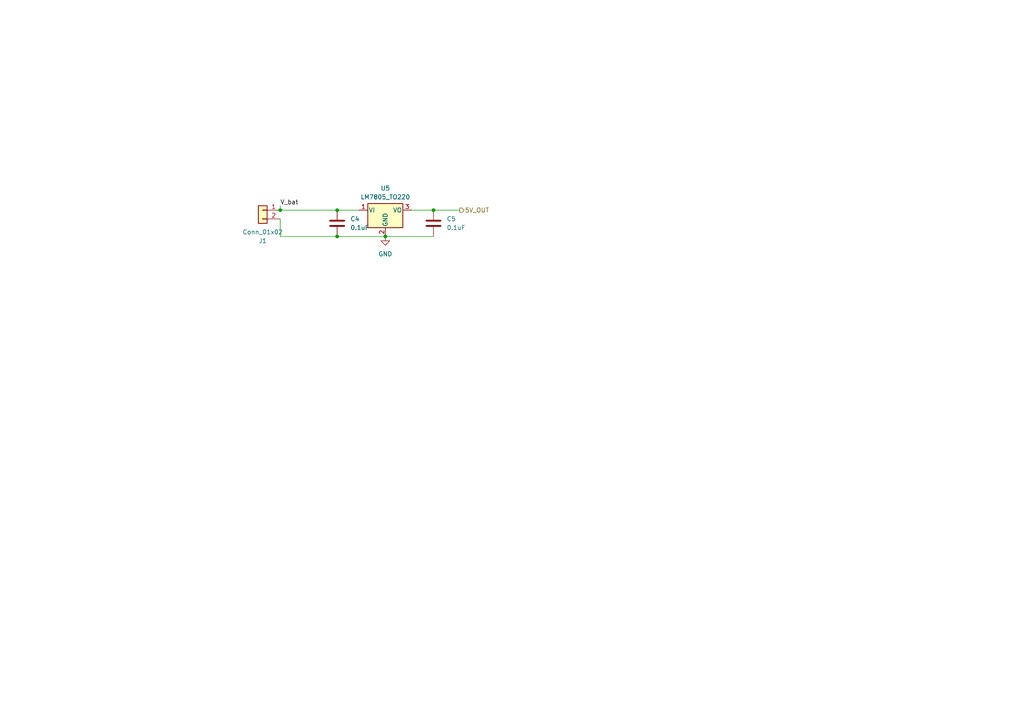
<source format=kicad_sch>
(kicad_sch (version 20250114) (generator "eeschema") (generator_version "9.0")
  (paper "A4")
  (lib_symbols
    (symbol "Connector_Generic:Conn_01x02" (pin_names (offset 1.016) (hide yes))
      (property "Reference" "J" (at 0 2.54 0))
      (property "Value" "Conn_01x02" (at 0 -5.08 0))
      (symbol "Conn_01x02_1_1"
        (rectangle (start -1.27 1.27) (end 1.27 -3.81) (stroke (width 0.254)) (fill (type background)))
        (rectangle (start -1.27 0.127) (end 0 -0.127) (stroke (width 0.1524)))
        (rectangle (start -1.27 -2.413) (end 0 -2.667) (stroke (width 0.1524)))
        (pin passive line (at -5.08 0 0) (length 3.81) (name "Pin_1") (number "1"))
        (pin passive line (at -5.08 -2.54 0) (length 3.81) (name "Pin_2") (number "2"))
      )
    )
    (symbol "Device:C" (pin_numbers (hide yes)) (pin_names (offset 0.254))
      (property "Reference" "C" (at 0.635 2.54 0))
      (property "Value" "C" (at 0.635 -2.54 0))
      (symbol "C_0_1"
        (polyline (pts (xy -2.032 0.762) (xy 2.032 0.762)) (stroke (width 0.508)))
        (polyline (pts (xy -2.032 -0.762) (xy 2.032 -0.762)) (stroke (width 0.508)))
      )
      (symbol "C_1_1"
        (pin passive line (at 0 3.81 270) (length 2.794) (name "~") (number "1"))
        (pin passive line (at 0 -3.81 90) (length 2.794) (name "~") (number "2"))
      )
    )
    (symbol "Regulator_Linear:LM7805_TO220" (pin_names (offset 0.254))
      (property "Reference" "U" (at -3.81 3.175 0))
      (property "Value" "LM7805_TO220" (at 0 3.175 0))
      (symbol "LM7805_TO220_0_1"
        (rectangle (start -5.08 1.905) (end 5.08 -5.08) (stroke (width 0.254)) (fill (type background)))
      )
      (symbol "LM7805_TO220_1_1"
        (pin power_in line (at -7.62 0 0) (length 2.54) (name "VI") (number "1"))
        (pin power_in line (at 0 -7.62 90) (length 2.54) (name "GND") (number "2"))
        (pin power_out line (at 7.62 0 180) (length 2.54) (name "VO") (number "3"))
      )
    )
    (symbol "power:GND" (power) (pin_numbers (hide yes)) (pin_names (offset 0) (hide yes))
      (property "Value" "GND" (at 0 -3.81 0))
      (symbol "GND_0_1"
        (polyline (pts (xy 0 0) (xy 0 -1.27) (xy 1.27 -1.27) (xy 0 -2.54) (xy -1.27 -1.27) (xy 0 -1.27)))
      )
      (symbol "GND_1_1"
        (pin power_in line (at 0 0 270) (length 0) (name "~") (number "1"))
      )
    )
  )
  (junction (at 111.76 68.58))
  (junction (at 97.79 60.96))
  (junction (at 125.73 60.96))
  (junction (at 97.79 68.58))
  (junction (at 81.28 60.96))
  (wire (pts (xy 81.28 68.58) (xy 97.79 68.58)))
  (wire (pts (xy 119.38 60.96) (xy 125.73 60.96)))
  (wire (pts (xy 81.28 60.96) (xy 97.79 60.96)))
  (wire (pts (xy 111.76 68.58) (xy 125.73 68.58)))
  (wire (pts (xy 125.73 60.96) (xy 133.35 60.96)))
  (wire (pts (xy 81.28 63.5) (xy 81.28 68.58)))
  (wire (pts (xy 97.79 60.96) (xy 104.14 60.96)))
  (wire (pts (xy 97.79 68.58) (xy 111.76 68.58)))
  (wire (pts (xy 81.28 59.69) (xy 81.28 60.96)))
  (label "V_bat" (at 81.28 59.69 0))
  (hierarchical_label "5V_OUT" (shape output) (at 133.35 60.96 0))
  (symbol (lib_id "power:GND") (at 111.76 68.58 0) (unit 1)
    (property "Reference" "#PWR09" (effects (hide yes)))
    (property "Value" "GND" (at 111.76 73.66 0))
    (property "Description" "Power symbol creates a global label with name \"GND\" , ground" (effects (hide yes)))
  )
  (symbol (lib_id "Device:C") (at 97.79 64.77 0) (unit 1)
    (property "Reference" "C4" (at 101.6 63.4999 0) (effects (justify left)))
    (property "Value" "0.1uF" (at 101.6 66.0399 0) (effects (justify left)))
    (property "Footprint" "Capacitor_THT:C_Rect_L9.0mm_W5.7mm_P7.50mm_MKT" (effects (hide yes)))
    (property "Description" "Unpolarized capacitor" (effects (hide yes)))
  )
  (symbol (lib_id "Device:C") (at 125.73 64.77 0) (unit 1)
    (property "Reference" "C5" (at 129.54 63.4999 0) (effects (justify left)))
    (property "Value" "0.1uF" (at 129.54 66.0399 0) (effects (justify left)))
    (property "Footprint" "Capacitor_THT:C_Rect_L9.0mm_W5.7mm_P7.50mm_MKT" (effects (hide yes)))
    (property "Description" "Unpolarized capacitor" (effects (hide yes)))
  )
  (symbol (lib_id "Regulator_Linear:LM7805_TO220") (at 111.76 60.96 0) (unit 1)
    (property "Reference" "U5" (at 111.76 54.61 0))
    (property "Value" "LM7805_TO220" (at 111.76 57.15 0))
    (property "Footprint" "Package_TO_SOT_THT:TO-220-3_Vertical" (effects (hide yes)))
    (property "Datasheet" "https://www.onsemi.cn/PowerSolutions/document/MC7800-D.PDF" (effects (hide yes)))
    (property "Description" "Positive 1A 35V Linear Regulator, Fixed Output 5V, TO-220" (effects (hide yes)))
  )
  (symbol (lib_id "Connector_Generic:Conn_01x02") (at 76.2 60.96 0) (mirror y) (unit 1)
    (property "Reference" "J1" (at 76.2 69.85 0))
    (property "Value" "Conn_01x02" (at 76.2 67.31 0))
    (property "Footprint" "Connector_Phoenix_MSTB:PhoenixContact_MSTBA_2,5_2-G-5,08_1x02_P5.08mm_Horizontal" (effects (hide yes)))
    (property "Description" "Generic connector, single row, 01x02, script generated (kicad-library-utils/schlib/autogen/connector/)" (effects (hide yes)))
  )
)
</source>
